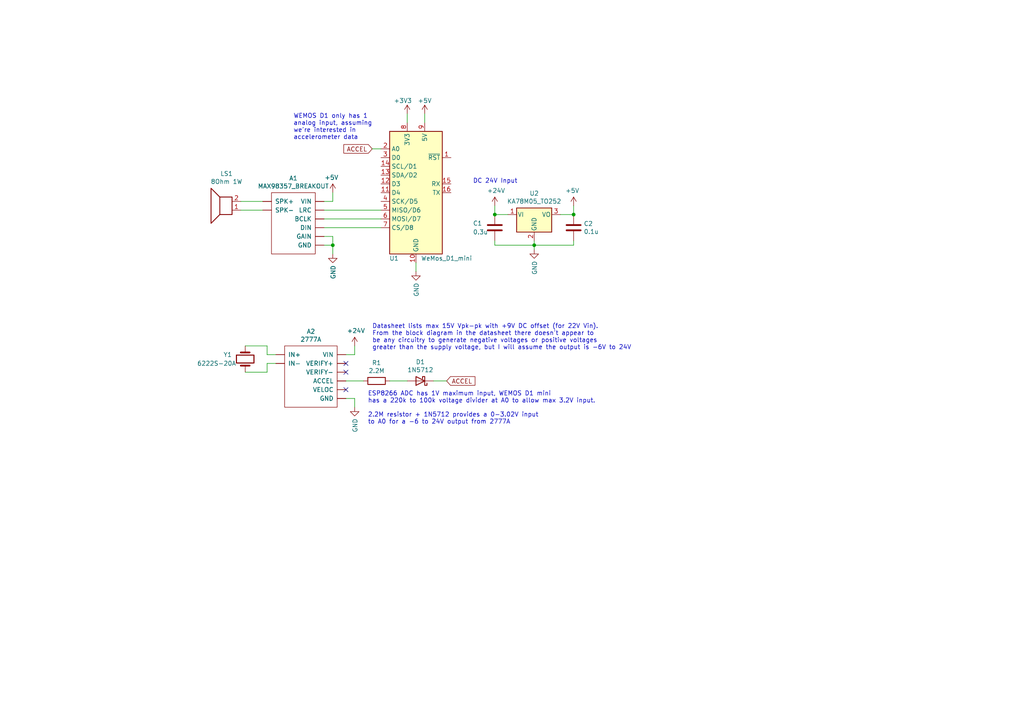
<source format=kicad_sch>
(kicad_sch (version 20230121) (generator eeschema)
  (paper "A4")
  (lib_symbols
    (symbol "Device:C" (pin_numbers hide) (pin_names (offset 0.254))
      (property "Reference" "C" (at 0.635 2.54 0))
      (property "Value" "C" (at 0.635 -2.54 0))
      (symbol "C_0_1"
        (polyline (pts (xy -2.032 -0.762) (xy 2.032 -0.762)) (stroke (width 0.508)))
        (polyline (pts (xy -2.032 0.762) (xy 2.032 0.762)) (stroke (width 0.508)))
      )
      (symbol "C_1_1"
        (pin passive line (at 0 3.81 270) (length 2.794) (name "~") (number "1"))
        (pin passive line (at 0 -3.81 90) (length 2.794) (name "~") (number "2"))
      )
    )
    (symbol "Device:Crystal" (pin_numbers hide) (pin_names (offset 1.016) hide)
      (property "Reference" "Y" (at 0 3.81 0))
      (property "Value" "Crystal" (at 0 -3.81 0))
      (symbol "Crystal_0_1"
        (rectangle (start -1.143 2.54) (end 1.143 -2.54) (stroke (width 0.3048)))
        (polyline (pts (xy -2.54 0) (xy -1.905 0)))
        (polyline (pts (xy -1.905 -1.27) (xy -1.905 1.27)) (stroke (width 0.508)))
        (polyline (pts (xy 1.905 -1.27) (xy 1.905 1.27)) (stroke (width 0.508)))
        (polyline (pts (xy 2.54 0) (xy 1.905 0)))
      )
      (symbol "Crystal_1_1"
        (pin passive line (at -3.81 0 0) (length 1.27) (name "1") (number "1"))
        (pin passive line (at 3.81 0 180) (length 1.27) (name "2") (number "2"))
      )
    )
    (symbol "Device:R" (pin_numbers hide) (pin_names (offset 0))
      (property "Reference" "R" (at 2.032 0 90))
      (property "Value" "R" (at 0 0 90))
      (symbol "R_0_1"
        (rectangle (start -1.016 -2.54) (end 1.016 2.54) (stroke (width 0.254)))
      )
      (symbol "R_1_1"
        (pin passive line (at 0 3.81 270) (length 1.27) (name "~") (number "1"))
        (pin passive line (at 0 -3.81 90) (length 1.27) (name "~") (number "2"))
      )
    )
    (symbol "Device:Speaker" (pin_names (offset 0) hide)
      (property "Reference" "LS" (at 1.27 5.715 0))
      (property "Value" "Speaker" (at 1.27 3.81 0))
      (symbol "Speaker_0_0"
        (rectangle (start -2.54 1.27) (end 1.016 -3.81) (stroke (width 0.254)))
        (polyline (pts (xy 1.016 1.27) (xy 3.556 3.81) (xy 3.556 -6.35) (xy 1.016 -3.81)) (stroke (width 0.254)))
      )
      (symbol "Speaker_1_1"
        (pin input line (at -5.08 0 0) (length 2.54) (name "1") (number "1"))
        (pin input line (at -5.08 -2.54 0) (length 2.54) (name "2") (number "2"))
      )
    )
    (symbol "Diode:1N5712" (pin_numbers hide) (pin_names (offset 1.016) hide)
      (property "Reference" "D" (at 0 2.54 0))
      (property "Value" "1N5712" (at 0 -2.54 0))
      (symbol "1N5712_0_1"
        (polyline (pts (xy 1.27 0) (xy -1.27 0)))
        (polyline (pts (xy 1.27 1.27) (xy 1.27 -1.27) (xy -1.27 0) (xy 1.27 1.27)) (stroke (width 0.254)))
        (polyline (pts (xy -1.905 0.635) (xy -1.905 1.27) (xy -1.27 1.27) (xy -1.27 -1.27) (xy -0.635 -1.27) (xy -0.635 -0.635)) (stroke (width 0.254)))
      )
      (symbol "1N5712_1_1"
        (pin passive line (at -3.81 0 0) (length 2.54) (name "K") (number "1"))
        (pin passive line (at 3.81 0 180) (length 2.54) (name "A") (number "2"))
      )
    )
    (symbol "MCU_Module:WeMos_D1_mini"
      (property "Reference" "U" (at 3.81 19.05 0))
      (property "Value" "WeMos_D1_mini" (at 1.27 -19.05 0))
      (symbol "WeMos_D1_mini_1_1"
        (rectangle (start -7.62 17.78) (end 7.62 -17.78) (stroke (width 0.254)) (fill (type background)))
        (pin input line (at -10.16 10.16 0) (length 2.54) (name "~{RST}") (number "1"))
        (pin power_in line (at 0 -20.32 90) (length 2.54) (name "GND") (number "10"))
        (pin bidirectional line (at 10.16 0 180) (length 2.54) (name "D4") (number "11"))
        (pin bidirectional line (at 10.16 2.54 180) (length 2.54) (name "D3") (number "12"))
        (pin bidirectional line (at 10.16 5.08 180) (length 2.54) (name "SDA/D2") (number "13"))
        (pin bidirectional line (at 10.16 7.62 180) (length 2.54) (name "SCL/D1") (number "14"))
        (pin input line (at -10.16 2.54 0) (length 2.54) (name "RX") (number "15"))
        (pin output line (at -10.16 0 0) (length 2.54) (name "TX") (number "16"))
        (pin input line (at 10.16 12.7 180) (length 2.54) (name "A0") (number "2"))
        (pin bidirectional line (at 10.16 10.16 180) (length 2.54) (name "D0") (number "3"))
        (pin bidirectional line (at 10.16 -2.54 180) (length 2.54) (name "SCK/D5") (number "4"))
        (pin bidirectional line (at 10.16 -5.08 180) (length 2.54) (name "MISO/D6") (number "5"))
        (pin bidirectional line (at 10.16 -7.62 180) (length 2.54) (name "MOSI/D7") (number "6"))
        (pin bidirectional line (at 10.16 -10.16 180) (length 2.54) (name "CS/D8") (number "7"))
        (pin power_out line (at 2.54 20.32 270) (length 2.54) (name "3V3") (number "8"))
        (pin power_in line (at -2.54 20.32 270) (length 2.54) (name "5V") (number "9"))
      )
    )
    (symbol "Regulator_Linear:KA78M05_TO252" (pin_names (offset 0.254))
      (property "Reference" "U" (at -3.81 3.175 0))
      (property "Value" "KA78M05_TO252" (at 0 3.175 0))
      (symbol "KA78M05_TO252_0_1"
        (rectangle (start -5.08 1.905) (end 5.08 -5.08) (stroke (width 0.254)) (fill (type background)))
      )
      (symbol "KA78M05_TO252_1_1"
        (pin power_in line (at -7.62 0 0) (length 2.54) (name "VI") (number "1"))
        (pin power_in line (at 0 -7.62 90) (length 2.54) (name "GND") (number "2"))
        (pin power_out line (at 7.62 0 180) (length 2.54) (name "VO") (number "3"))
      )
    )
    (symbol "motor_driver_circuit-rescue:+3.3V-power" (power) (pin_names (offset 0))
      (property "Value" "+3.3V-power" (at 0 3.556 0))
      (symbol "+3.3V-power_0_1"
        (polyline (pts (xy -0.762 1.27) (xy 0 2.54)))
        (polyline (pts (xy 0 0) (xy 0 2.54)))
        (polyline (pts (xy 0 2.54) (xy 0.762 1.27)))
      )
      (symbol "+3.3V-power_1_1"
        (pin power_in line (at 0 0 90) (length 0) hide (name "+3V3") (number "1"))
      )
    )
    (symbol "motor_driver_circuit:2777A" (pin_names (offset 1.016))
      (property "Reference" "A" (at 0 1.27 0))
      (property "Value" "2777A" (at 0 3.81 0))
      (symbol "2777A_0_1"
        (rectangle (start -6.35 0) (end 8.89 -17.78))
      )
      (symbol "2777A_1_1"
        (pin input line (at 11.43 -10.16 180) (length 2.54) (name "ACCEL") (number "~"))
        (pin input line (at 11.43 -15.24 180) (length 2.54) (name "GND") (number "~"))
        (pin input line (at -8.89 -2.54 0) (length 2.54) (name "IN+") (number "~"))
        (pin input line (at -8.89 -5.08 0) (length 2.54) (name "IN-") (number "~"))
        (pin input line (at 11.43 -12.7 180) (length 2.54) (name "VELOC") (number "~"))
        (pin input line (at 11.43 -5.08 180) (length 2.54) (name "VERIFY+") (number "~"))
        (pin input line (at 11.43 -7.62 180) (length 2.54) (name "VERIFY-") (number "~"))
        (pin input line (at 11.43 -2.54 180) (length 2.54) (name "VIN") (number "~"))
      )
    )
    (symbol "motor_driver_circuit:MAX98357_BREAKOUT" (pin_names (offset 1.016))
      (property "Reference" "A" (at 0 1.27 0))
      (property "Value" "MAX98357_BREAKOUT" (at 0 3.81 0))
      (symbol "MAX98357_BREAKOUT_0_1"
        (rectangle (start -6.35 0) (end 6.35 -17.78))
      )
      (symbol "MAX98357_BREAKOUT_1_1"
        (pin input line (at 8.89 -7.62 180) (length 2.54) (name "BCLK") (number "~"))
        (pin input line (at 8.89 -10.16 180) (length 2.54) (name "DIN") (number "~"))
        (pin input line (at 8.89 -12.7 180) (length 2.54) (name "GAIN") (number "~"))
        (pin input line (at 8.89 -15.24 180) (length 2.54) (name "GND") (number "~"))
        (pin input line (at 8.89 -5.08 180) (length 2.54) (name "LRC") (number "~"))
        (pin input line (at -8.89 -2.54 0) (length 2.54) (name "SPK+") (number "~"))
        (pin input line (at -8.89 -5.08 0) (length 2.54) (name "SPK-") (number "~"))
        (pin input line (at 8.89 -2.54 180) (length 2.54) (name "VIN") (number "~"))
      )
    )
    (symbol "power:+24V" (power) (pin_names (offset 0))
      (property "Value" "+24V" (at 0 3.556 0))
      (symbol "+24V_0_1"
        (polyline (pts (xy -0.762 1.27) (xy 0 2.54)))
        (polyline (pts (xy 0 0) (xy 0 2.54)))
        (polyline (pts (xy 0 2.54) (xy 0.762 1.27)))
      )
      (symbol "+24V_1_1"
        (pin power_in line (at 0 0 90) (length 0) hide (name "+24V") (number "1"))
      )
    )
    (symbol "power:+5V" (power) (pin_names (offset 0))
      (property "Value" "+5V" (at 0 3.556 0))
      (symbol "+5V_0_1"
        (polyline (pts (xy -0.762 1.27) (xy 0 2.54)))
        (polyline (pts (xy 0 0) (xy 0 2.54)))
        (polyline (pts (xy 0 2.54) (xy 0.762 1.27)))
      )
      (symbol "+5V_1_1"
        (pin power_in line (at 0 0 90) (length 0) hide (name "+5V") (number "1"))
      )
    )
    (symbol "power:GND" (power) (pin_names (offset 0))
      (property "Value" "GND" (at 0 -3.81 0))
      (symbol "GND_0_1"
        (polyline (pts (xy 0 0) (xy 0 -1.27) (xy 1.27 -1.27) (xy 0 -2.54) (xy -1.27 -1.27) (xy 0 -1.27)))
      )
      (symbol "GND_1_1"
        (pin power_in line (at 0 0 270) (length 0) hide (name "GND") (number "1"))
      )
    )
  )
  (junction (at 154.94 71.12))
  (junction (at 166.37 62.23))
  (junction (at 143.51 62.23))
  (junction (at 96.52 71.12))
  (no_connect (at 100.33 113.03))
  (no_connect (at 100.33 105.41))
  (no_connect (at 100.33 107.95))
  (wire (pts (xy 77.47 107.95) (xy 77.47 105.41)))
  (wire (pts (xy 93.98 71.12) (xy 96.52 71.12)))
  (wire (pts (xy 166.37 71.12) (xy 154.94 71.12)))
  (wire (pts (xy 69.85 60.96) (xy 76.2 60.96)))
  (wire (pts (xy 107.95 43.18) (xy 110.49 43.18)))
  (wire (pts (xy 93.98 58.42) (xy 96.52 58.42)))
  (wire (pts (xy 143.51 59.69) (xy 143.51 62.23)))
  (wire (pts (xy 96.52 68.58) (xy 96.52 71.12)))
  (wire (pts (xy 123.19 33.02) (xy 123.19 35.56)))
  (wire (pts (xy 102.87 102.87) (xy 102.87 100.33)))
  (wire (pts (xy 154.94 72.39) (xy 154.94 71.12)))
  (wire (pts (xy 118.11 33.02) (xy 118.11 35.56)))
  (wire (pts (xy 113.03 110.49) (xy 118.11 110.49)))
  (wire (pts (xy 125.73 110.49) (xy 129.54 110.49)))
  (wire (pts (xy 77.47 102.87) (xy 80.01 102.87)))
  (wire (pts (xy 93.98 63.5) (xy 110.49 63.5)))
  (wire (pts (xy 71.12 107.95) (xy 77.47 107.95)))
  (wire (pts (xy 93.98 60.96) (xy 110.49 60.96)))
  (wire (pts (xy 100.33 102.87) (xy 102.87 102.87)))
  (wire (pts (xy 143.51 69.85) (xy 143.51 71.12)))
  (wire (pts (xy 77.47 105.41) (xy 80.01 105.41)))
  (wire (pts (xy 154.94 71.12) (xy 154.94 69.85)))
  (wire (pts (xy 93.98 66.04) (xy 110.49 66.04)))
  (wire (pts (xy 143.51 71.12) (xy 154.94 71.12)))
  (wire (pts (xy 77.47 100.33) (xy 77.47 102.87)))
  (wire (pts (xy 96.52 58.42) (xy 96.52 55.88)))
  (wire (pts (xy 143.51 62.23) (xy 147.32 62.23)))
  (wire (pts (xy 100.33 115.57) (xy 102.87 115.57)))
  (wire (pts (xy 102.87 115.57) (xy 102.87 118.11)))
  (wire (pts (xy 96.52 71.12) (xy 96.52 73.66)))
  (wire (pts (xy 166.37 69.85) (xy 166.37 71.12)))
  (wire (pts (xy 162.56 62.23) (xy 166.37 62.23)))
  (wire (pts (xy 120.65 76.2) (xy 120.65 78.74)))
  (wire (pts (xy 69.85 58.42) (xy 76.2 58.42)))
  (wire (pts (xy 93.98 68.58) (xy 96.52 68.58)))
  (wire (pts (xy 100.33 110.49) (xy 105.41 110.49)))
  (wire (pts (xy 71.12 100.33) (xy 77.47 100.33)))
  (wire (pts (xy 166.37 62.23) (xy 166.37 59.69)))
  (text "WEMOS D1 only has 1 \nanalog input, assuming \nwe're interested in \naccelerometer data" (at 85.09 40.64 0) (effects (font (size 1.27 1.27)) (justify left bottom)))
  (text "DC 24V Input" (at 137.16 53.34 0) (effects (font (size 1.27 1.27)) (justify left bottom)))
  (text "ESP8266 ADC has 1V maximum input, WEMOS D1 mini\nhas a 220k to 100k voltage divider at A0 to allow max 3.2V input.\n\n2.2M resistor + 1N5712 provides a 0-3.02V input \nto A0 for a -6 to 24V output from 2777A" (at 106.68 123.19 0) (effects (font (size 1.27 1.27)) (justify left bottom)))
  (text "Datasheet lists max 15V Vpk-pk with +9V DC offset (for 22V Vin).\nFrom the block diagram in the datasheet there doesn't appear to\nbe any circuitry to generate negative voltages or positive voltages \ngreater than the supply voltage, but I will assume the output is -6V to 24V" (at 107.95 101.6 0) (effects (font (size 1.27 1.27)) (justify left bottom)))
  (global_label "ACCEL" (shape input) (at 129.54 110.49 0) (property "Intersheetrefs" "${INTERSHEET_REFS}" (effects hide)))
  (global_label "ACCEL" (shape input) (at 107.95 43.18 180) (property "Intersheetrefs" "${INTERSHEET_REFS}" (effects hide)))
  (symbol (lib_id "power:+5V") (at 123.19 33.02 0) (mirror y) (unit 1)
    (property "Reference" "#PWR09" (effects hide))
    (property "Value" "+5V" (at 123.19 29.21 0))
  )
  (symbol (lib_id "motor_driver_circuit:MAX98357_BREAKOUT") (at 85.09 55.88 0) (unit 1)
    (property "Reference" "A1" (at 85.09 51.689 0))
    (property "Value" "MAX98357_BREAKOUT" (at 85.09 54.0004 0))
  )
  (symbol (lib_id "Device:Speaker") (at 64.77 60.96 180) (unit 1)
    (property "Reference" "LS1" (at 65.7098 50.3682 0))
    (property "Value" "8Ohm 1W" (at 65.7098 52.6796 0))
  )
  (symbol (lib_id "MCU_Module:WeMos_D1_mini") (at 120.65 55.88 0) (mirror y) (unit 1)
    (property "Reference" "U1" (at 114.3 74.93 0))
    (property "Value" "WeMos_D1_mini" (at 129.54 74.93 0))
    (property "Footprint" "Module:WEMOS_D1_mini_light" (effects hide))
    (property "Datasheet" "https://wiki.wemos.cc/products:d1:d1_mini#documentation" (effects hide))
  )
  (symbol (lib_id "Device:Crystal") (at 71.12 104.14 90) (unit 1)
    (property "Reference" "Y1" (at 64.77 102.87 90) (effects (justify right)))
    (property "Value" "6222S-20A" (at 57.15 105.41 90) (effects (justify right)))
  )
  (symbol (lib_id "power:+24V") (at 143.51 59.69 0) (unit 1)
    (property "Reference" "#PWR05" (effects hide))
    (property "Value" "+24V" (at 143.891 55.2958 0))
  )
  (symbol (lib_id "Regulator_Linear:KA78M05_TO252") (at 154.94 62.23 0) (unit 1)
    (property "Reference" "U2" (at 154.94 56.0832 0))
    (property "Value" "KA78M05_TO252" (at 154.94 58.3946 0))
    (property "Footprint" "Package_TO_SOT_SMD:TO-252-2" (effects hide))
    (property "Datasheet" "http://www.fairchildsemi.com/ds/LM/LM78M05.pdf" (effects hide))
  )
  (symbol (lib_id "power:+5V") (at 166.37 59.69 0) (mirror y) (unit 1)
    (property "Reference" "#PWR07" (effects hide))
    (property "Value" "+5V" (at 165.989 55.2958 0))
  )
  (symbol (lib_id "power:GND") (at 154.94 72.39 0) (unit 1)
    (property "Reference" "#PWR06" (effects hide))
    (property "Value" "GND" (at 155.067 75.6412 90) (effects (justify right)))
  )
  (symbol (lib_id "Device:C") (at 166.37 66.04 0) (unit 1)
    (property "Reference" "C2" (at 169.291 64.8716 0) (effects (justify left)))
    (property "Value" "0.1u" (at 169.291 67.183 0) (effects (justify left)))
  )
  (symbol (lib_id "Device:C") (at 143.51 66.04 0) (unit 1)
    (property "Reference" "C1" (at 137.16 64.77 0) (effects (justify left)))
    (property "Value" "0.3u" (at 137.16 67.31 0) (effects (justify left)))
  )
  (symbol (lib_id "motor_driver_circuit:2777A") (at 88.9 100.33 0) (unit 1)
    (property "Reference" "A2" (at 90.17 96.139 0))
    (property "Value" "2777A" (at 90.17 98.4504 0))
  )
  (symbol (lib_id "power:+5V") (at 96.52 55.88 0) (mirror y) (unit 1)
    (property "Reference" "#PWR01" (effects hide))
    (property "Value" "+5V" (at 96.139 51.4858 0))
  )
  (symbol (lib_id "power:GND") (at 96.52 73.66 0) (unit 1)
    (property "Reference" "#PWR02" (effects hide))
    (property "Value" "GND" (at 96.647 76.9112 90) (effects (justify right)))
  )
  (symbol (lib_id "power:+24V") (at 102.87 100.33 0) (unit 1)
    (property "Reference" "#PWR03" (effects hide))
    (property "Value" "+24V" (at 103.251 95.9358 0))
  )
  (symbol (lib_id "power:GND") (at 102.87 118.11 0) (unit 1)
    (property "Reference" "#PWR04" (effects hide))
    (property "Value" "GND" (at 102.997 121.3612 90) (effects (justify right)))
  )
  (symbol (lib_id "Device:R") (at 109.22 110.49 270) (unit 1)
    (property "Reference" "R1" (at 109.22 105.2322 90))
    (property "Value" "2.2M" (at 109.22 107.5436 90))
  )
  (symbol (lib_id "Diode:1N5712") (at 121.92 110.49 180) (unit 1)
    (property "Reference" "D1" (at 121.92 104.9782 0))
    (property "Value" "1N5712" (at 121.92 107.2896 0))
    (property "Footprint" "Diode_THT:D_DO-35_SOD27_P7.62mm_Horizontal" (effects hide))
    (property "Datasheet" "https://www.microsemi.com/document-portal/doc_download/8865-lds-0040-datasheet" (effects hide))
  )
  (symbol (lib_id "motor_driver_circuit-rescue:+3.3V-power") (at 118.11 33.02 0) (unit 1)
    (property "Reference" "#PWR?" (effects hide))
    (property "Value" "+3.3V" (at 116.84 29.21 0))
  )
  (symbol (lib_id "power:GND") (at 120.65 78.74 0) (unit 1)
    (property "Reference" "#PWR?" (effects hide))
    (property "Value" "GND" (at 120.777 81.9912 90) (effects (justify right)))
  )
)
</source>
